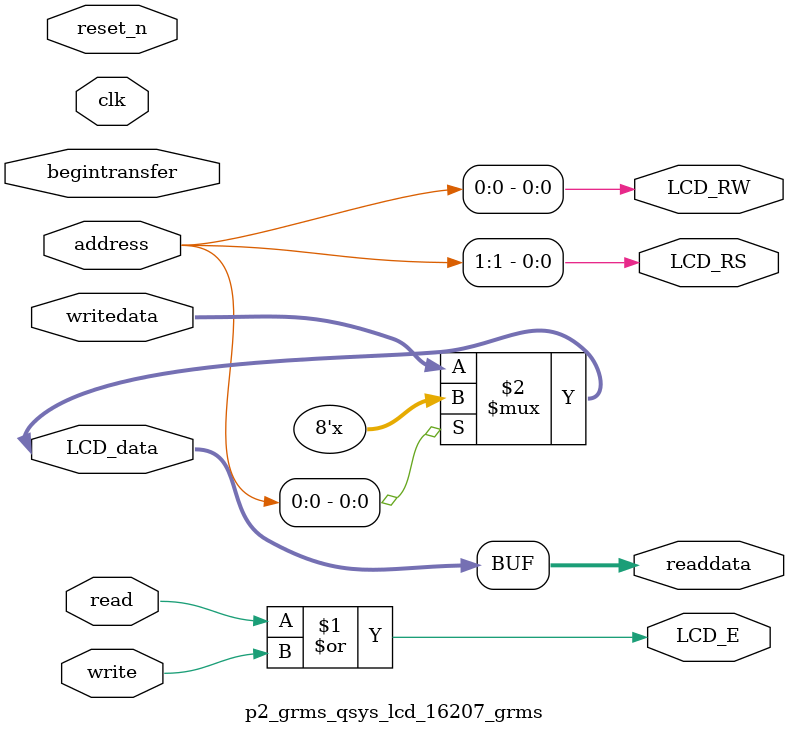
<source format=v>

`timescale 1ns / 1ps
// synthesis translate_on

// turn off superfluous verilog processor warnings 
// altera message_level Level1 
// altera message_off 10034 10035 10036 10037 10230 10240 10030 

module p2_grms_qsys_lcd_16207_grms (
                                     // inputs:
                                      address,
                                      begintransfer,
                                      clk,
                                      read,
                                      reset_n,
                                      write,
                                      writedata,

                                     // outputs:
                                      LCD_E,
                                      LCD_RS,
                                      LCD_RW,
                                      LCD_data,
                                      readdata
                                   )
;

  output           LCD_E;
  output           LCD_RS;
  output           LCD_RW;
  inout   [  7: 0] LCD_data;
  output  [  7: 0] readdata;
  input   [  1: 0] address;
  input            begintransfer;
  input            clk;
  input            read;
  input            reset_n;
  input            write;
  input   [  7: 0] writedata;

  wire             LCD_E;
  wire             LCD_RS;
  wire             LCD_RW;
  wire    [  7: 0] LCD_data;
  wire    [  7: 0] readdata;
  assign LCD_RW = address[0];
  assign LCD_RS = address[1];
  assign LCD_E = read | write;
  assign LCD_data = (address[0]) ? {8{1'bz}} : writedata;
  assign readdata = LCD_data;
  //control_slave, which is an e_avalon_slave

endmodule


</source>
